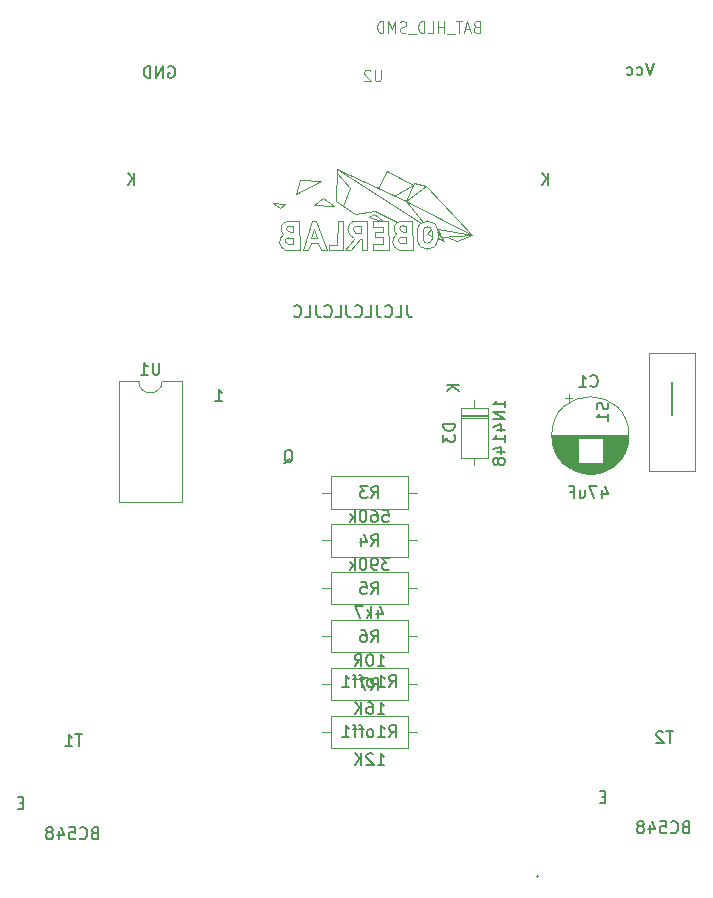
<source format=gbr>
%TF.GenerationSoftware,KiCad,Pcbnew,7.0.8*%
%TF.CreationDate,2024-08-10T05:42:34+02:00*%
%TF.ProjectId,Tiger,54696765-722e-46b6-9963-61645f706362,rev?*%
%TF.SameCoordinates,Original*%
%TF.FileFunction,Legend,Bot*%
%TF.FilePolarity,Positive*%
%FSLAX46Y46*%
G04 Gerber Fmt 4.6, Leading zero omitted, Abs format (unit mm)*
G04 Created by KiCad (PCBNEW 7.0.8) date 2024-08-10 05:42:34*
%MOMM*%
%LPD*%
G01*
G04 APERTURE LIST*
%ADD10C,0.150000*%
%ADD11C,0.050000*%
%ADD12C,0.120000*%
%ADD13C,0.010000*%
G04 APERTURE END LIST*
D10*
X90170000Y-76708000D02*
X90170000Y-79502000D01*
X67703506Y-70243819D02*
X67703506Y-70958104D01*
X67703506Y-70958104D02*
X67751125Y-71100961D01*
X67751125Y-71100961D02*
X67846363Y-71196200D01*
X67846363Y-71196200D02*
X67989220Y-71243819D01*
X67989220Y-71243819D02*
X68084458Y-71243819D01*
X66751125Y-71243819D02*
X67227315Y-71243819D01*
X67227315Y-71243819D02*
X67227315Y-70243819D01*
X65846363Y-71148580D02*
X65893982Y-71196200D01*
X65893982Y-71196200D02*
X66036839Y-71243819D01*
X66036839Y-71243819D02*
X66132077Y-71243819D01*
X66132077Y-71243819D02*
X66274934Y-71196200D01*
X66274934Y-71196200D02*
X66370172Y-71100961D01*
X66370172Y-71100961D02*
X66417791Y-71005723D01*
X66417791Y-71005723D02*
X66465410Y-70815247D01*
X66465410Y-70815247D02*
X66465410Y-70672390D01*
X66465410Y-70672390D02*
X66417791Y-70481914D01*
X66417791Y-70481914D02*
X66370172Y-70386676D01*
X66370172Y-70386676D02*
X66274934Y-70291438D01*
X66274934Y-70291438D02*
X66132077Y-70243819D01*
X66132077Y-70243819D02*
X66036839Y-70243819D01*
X66036839Y-70243819D02*
X65893982Y-70291438D01*
X65893982Y-70291438D02*
X65846363Y-70339057D01*
X65132077Y-70243819D02*
X65132077Y-70958104D01*
X65132077Y-70958104D02*
X65179696Y-71100961D01*
X65179696Y-71100961D02*
X65274934Y-71196200D01*
X65274934Y-71196200D02*
X65417791Y-71243819D01*
X65417791Y-71243819D02*
X65513029Y-71243819D01*
X64179696Y-71243819D02*
X64655886Y-71243819D01*
X64655886Y-71243819D02*
X64655886Y-70243819D01*
X63274934Y-71148580D02*
X63322553Y-71196200D01*
X63322553Y-71196200D02*
X63465410Y-71243819D01*
X63465410Y-71243819D02*
X63560648Y-71243819D01*
X63560648Y-71243819D02*
X63703505Y-71196200D01*
X63703505Y-71196200D02*
X63798743Y-71100961D01*
X63798743Y-71100961D02*
X63846362Y-71005723D01*
X63846362Y-71005723D02*
X63893981Y-70815247D01*
X63893981Y-70815247D02*
X63893981Y-70672390D01*
X63893981Y-70672390D02*
X63846362Y-70481914D01*
X63846362Y-70481914D02*
X63798743Y-70386676D01*
X63798743Y-70386676D02*
X63703505Y-70291438D01*
X63703505Y-70291438D02*
X63560648Y-70243819D01*
X63560648Y-70243819D02*
X63465410Y-70243819D01*
X63465410Y-70243819D02*
X63322553Y-70291438D01*
X63322553Y-70291438D02*
X63274934Y-70339057D01*
X62560648Y-70243819D02*
X62560648Y-70958104D01*
X62560648Y-70958104D02*
X62608267Y-71100961D01*
X62608267Y-71100961D02*
X62703505Y-71196200D01*
X62703505Y-71196200D02*
X62846362Y-71243819D01*
X62846362Y-71243819D02*
X62941600Y-71243819D01*
X61608267Y-71243819D02*
X62084457Y-71243819D01*
X62084457Y-71243819D02*
X62084457Y-70243819D01*
X60703505Y-71148580D02*
X60751124Y-71196200D01*
X60751124Y-71196200D02*
X60893981Y-71243819D01*
X60893981Y-71243819D02*
X60989219Y-71243819D01*
X60989219Y-71243819D02*
X61132076Y-71196200D01*
X61132076Y-71196200D02*
X61227314Y-71100961D01*
X61227314Y-71100961D02*
X61274933Y-71005723D01*
X61274933Y-71005723D02*
X61322552Y-70815247D01*
X61322552Y-70815247D02*
X61322552Y-70672390D01*
X61322552Y-70672390D02*
X61274933Y-70481914D01*
X61274933Y-70481914D02*
X61227314Y-70386676D01*
X61227314Y-70386676D02*
X61132076Y-70291438D01*
X61132076Y-70291438D02*
X60989219Y-70243819D01*
X60989219Y-70243819D02*
X60893981Y-70243819D01*
X60893981Y-70243819D02*
X60751124Y-70291438D01*
X60751124Y-70291438D02*
X60703505Y-70339057D01*
X59989219Y-70243819D02*
X59989219Y-70958104D01*
X59989219Y-70958104D02*
X60036838Y-71100961D01*
X60036838Y-71100961D02*
X60132076Y-71196200D01*
X60132076Y-71196200D02*
X60274933Y-71243819D01*
X60274933Y-71243819D02*
X60370171Y-71243819D01*
X59036838Y-71243819D02*
X59513028Y-71243819D01*
X59513028Y-71243819D02*
X59513028Y-70243819D01*
X58132076Y-71148580D02*
X58179695Y-71196200D01*
X58179695Y-71196200D02*
X58322552Y-71243819D01*
X58322552Y-71243819D02*
X58417790Y-71243819D01*
X58417790Y-71243819D02*
X58560647Y-71196200D01*
X58560647Y-71196200D02*
X58655885Y-71100961D01*
X58655885Y-71100961D02*
X58703504Y-71005723D01*
X58703504Y-71005723D02*
X58751123Y-70815247D01*
X58751123Y-70815247D02*
X58751123Y-70672390D01*
X58751123Y-70672390D02*
X58703504Y-70481914D01*
X58703504Y-70481914D02*
X58655885Y-70386676D01*
X58655885Y-70386676D02*
X58560647Y-70291438D01*
X58560647Y-70291438D02*
X58417790Y-70243819D01*
X58417790Y-70243819D02*
X58322552Y-70243819D01*
X58322552Y-70243819D02*
X58179695Y-70291438D01*
X58179695Y-70291438D02*
X58132076Y-70339057D01*
X44621220Y-60067819D02*
X44621220Y-59067819D01*
X44049792Y-60067819D02*
X44478363Y-59496390D01*
X44049792Y-59067819D02*
X44621220Y-59639247D01*
X41239887Y-114916009D02*
X41097030Y-114963628D01*
X41097030Y-114963628D02*
X41049411Y-115011247D01*
X41049411Y-115011247D02*
X41001792Y-115106485D01*
X41001792Y-115106485D02*
X41001792Y-115249342D01*
X41001792Y-115249342D02*
X41049411Y-115344580D01*
X41049411Y-115344580D02*
X41097030Y-115392200D01*
X41097030Y-115392200D02*
X41192268Y-115439819D01*
X41192268Y-115439819D02*
X41573220Y-115439819D01*
X41573220Y-115439819D02*
X41573220Y-114439819D01*
X41573220Y-114439819D02*
X41239887Y-114439819D01*
X41239887Y-114439819D02*
X41144649Y-114487438D01*
X41144649Y-114487438D02*
X41097030Y-114535057D01*
X41097030Y-114535057D02*
X41049411Y-114630295D01*
X41049411Y-114630295D02*
X41049411Y-114725533D01*
X41049411Y-114725533D02*
X41097030Y-114820771D01*
X41097030Y-114820771D02*
X41144649Y-114868390D01*
X41144649Y-114868390D02*
X41239887Y-114916009D01*
X41239887Y-114916009D02*
X41573220Y-114916009D01*
X40001792Y-115344580D02*
X40049411Y-115392200D01*
X40049411Y-115392200D02*
X40192268Y-115439819D01*
X40192268Y-115439819D02*
X40287506Y-115439819D01*
X40287506Y-115439819D02*
X40430363Y-115392200D01*
X40430363Y-115392200D02*
X40525601Y-115296961D01*
X40525601Y-115296961D02*
X40573220Y-115201723D01*
X40573220Y-115201723D02*
X40620839Y-115011247D01*
X40620839Y-115011247D02*
X40620839Y-114868390D01*
X40620839Y-114868390D02*
X40573220Y-114677914D01*
X40573220Y-114677914D02*
X40525601Y-114582676D01*
X40525601Y-114582676D02*
X40430363Y-114487438D01*
X40430363Y-114487438D02*
X40287506Y-114439819D01*
X40287506Y-114439819D02*
X40192268Y-114439819D01*
X40192268Y-114439819D02*
X40049411Y-114487438D01*
X40049411Y-114487438D02*
X40001792Y-114535057D01*
X39097030Y-114439819D02*
X39573220Y-114439819D01*
X39573220Y-114439819D02*
X39620839Y-114916009D01*
X39620839Y-114916009D02*
X39573220Y-114868390D01*
X39573220Y-114868390D02*
X39477982Y-114820771D01*
X39477982Y-114820771D02*
X39239887Y-114820771D01*
X39239887Y-114820771D02*
X39144649Y-114868390D01*
X39144649Y-114868390D02*
X39097030Y-114916009D01*
X39097030Y-114916009D02*
X39049411Y-115011247D01*
X39049411Y-115011247D02*
X39049411Y-115249342D01*
X39049411Y-115249342D02*
X39097030Y-115344580D01*
X39097030Y-115344580D02*
X39144649Y-115392200D01*
X39144649Y-115392200D02*
X39239887Y-115439819D01*
X39239887Y-115439819D02*
X39477982Y-115439819D01*
X39477982Y-115439819D02*
X39573220Y-115392200D01*
X39573220Y-115392200D02*
X39620839Y-115344580D01*
X38192268Y-114773152D02*
X38192268Y-115439819D01*
X38430363Y-114392200D02*
X38668458Y-115106485D01*
X38668458Y-115106485D02*
X38049411Y-115106485D01*
X37525601Y-114868390D02*
X37620839Y-114820771D01*
X37620839Y-114820771D02*
X37668458Y-114773152D01*
X37668458Y-114773152D02*
X37716077Y-114677914D01*
X37716077Y-114677914D02*
X37716077Y-114630295D01*
X37716077Y-114630295D02*
X37668458Y-114535057D01*
X37668458Y-114535057D02*
X37620839Y-114487438D01*
X37620839Y-114487438D02*
X37525601Y-114439819D01*
X37525601Y-114439819D02*
X37335125Y-114439819D01*
X37335125Y-114439819D02*
X37239887Y-114487438D01*
X37239887Y-114487438D02*
X37192268Y-114535057D01*
X37192268Y-114535057D02*
X37144649Y-114630295D01*
X37144649Y-114630295D02*
X37144649Y-114677914D01*
X37144649Y-114677914D02*
X37192268Y-114773152D01*
X37192268Y-114773152D02*
X37239887Y-114820771D01*
X37239887Y-114820771D02*
X37335125Y-114868390D01*
X37335125Y-114868390D02*
X37525601Y-114868390D01*
X37525601Y-114868390D02*
X37620839Y-114916009D01*
X37620839Y-114916009D02*
X37668458Y-114963628D01*
X37668458Y-114963628D02*
X37716077Y-115058866D01*
X37716077Y-115058866D02*
X37716077Y-115249342D01*
X37716077Y-115249342D02*
X37668458Y-115344580D01*
X37668458Y-115344580D02*
X37620839Y-115392200D01*
X37620839Y-115392200D02*
X37525601Y-115439819D01*
X37525601Y-115439819D02*
X37335125Y-115439819D01*
X37335125Y-115439819D02*
X37239887Y-115392200D01*
X37239887Y-115392200D02*
X37192268Y-115344580D01*
X37192268Y-115344580D02*
X37144649Y-115249342D01*
X37144649Y-115249342D02*
X37144649Y-115058866D01*
X37144649Y-115058866D02*
X37192268Y-114963628D01*
X37192268Y-114963628D02*
X37239887Y-114916009D01*
X37239887Y-114916009D02*
X37335125Y-114868390D01*
X51463411Y-78355819D02*
X52034839Y-78355819D01*
X51749125Y-78355819D02*
X51749125Y-77355819D01*
X51749125Y-77355819D02*
X51844363Y-77498676D01*
X51844363Y-77498676D02*
X51939601Y-77593914D01*
X51939601Y-77593914D02*
X52034839Y-77641533D01*
X35223220Y-112376009D02*
X34889887Y-112376009D01*
X34747030Y-112899819D02*
X35223220Y-112899819D01*
X35223220Y-112899819D02*
X35223220Y-111899819D01*
X35223220Y-111899819D02*
X34747030Y-111899819D01*
X47497904Y-50048438D02*
X47593142Y-50000819D01*
X47593142Y-50000819D02*
X47735999Y-50000819D01*
X47735999Y-50000819D02*
X47878856Y-50048438D01*
X47878856Y-50048438D02*
X47974094Y-50143676D01*
X47974094Y-50143676D02*
X48021713Y-50238914D01*
X48021713Y-50238914D02*
X48069332Y-50429390D01*
X48069332Y-50429390D02*
X48069332Y-50572247D01*
X48069332Y-50572247D02*
X48021713Y-50762723D01*
X48021713Y-50762723D02*
X47974094Y-50857961D01*
X47974094Y-50857961D02*
X47878856Y-50953200D01*
X47878856Y-50953200D02*
X47735999Y-51000819D01*
X47735999Y-51000819D02*
X47640761Y-51000819D01*
X47640761Y-51000819D02*
X47497904Y-50953200D01*
X47497904Y-50953200D02*
X47450285Y-50905580D01*
X47450285Y-50905580D02*
X47450285Y-50572247D01*
X47450285Y-50572247D02*
X47640761Y-50572247D01*
X47021713Y-51000819D02*
X47021713Y-50000819D01*
X47021713Y-50000819D02*
X46450285Y-51000819D01*
X46450285Y-51000819D02*
X46450285Y-50000819D01*
X45974094Y-51000819D02*
X45974094Y-50000819D01*
X45974094Y-50000819D02*
X45735999Y-50000819D01*
X45735999Y-50000819D02*
X45593142Y-50048438D01*
X45593142Y-50048438D02*
X45497904Y-50143676D01*
X45497904Y-50143676D02*
X45450285Y-50238914D01*
X45450285Y-50238914D02*
X45402666Y-50429390D01*
X45402666Y-50429390D02*
X45402666Y-50572247D01*
X45402666Y-50572247D02*
X45450285Y-50762723D01*
X45450285Y-50762723D02*
X45497904Y-50857961D01*
X45497904Y-50857961D02*
X45593142Y-50953200D01*
X45593142Y-50953200D02*
X45735999Y-51000819D01*
X45735999Y-51000819D02*
X45974094Y-51000819D01*
X91277887Y-114408009D02*
X91135030Y-114455628D01*
X91135030Y-114455628D02*
X91087411Y-114503247D01*
X91087411Y-114503247D02*
X91039792Y-114598485D01*
X91039792Y-114598485D02*
X91039792Y-114741342D01*
X91039792Y-114741342D02*
X91087411Y-114836580D01*
X91087411Y-114836580D02*
X91135030Y-114884200D01*
X91135030Y-114884200D02*
X91230268Y-114931819D01*
X91230268Y-114931819D02*
X91611220Y-114931819D01*
X91611220Y-114931819D02*
X91611220Y-113931819D01*
X91611220Y-113931819D02*
X91277887Y-113931819D01*
X91277887Y-113931819D02*
X91182649Y-113979438D01*
X91182649Y-113979438D02*
X91135030Y-114027057D01*
X91135030Y-114027057D02*
X91087411Y-114122295D01*
X91087411Y-114122295D02*
X91087411Y-114217533D01*
X91087411Y-114217533D02*
X91135030Y-114312771D01*
X91135030Y-114312771D02*
X91182649Y-114360390D01*
X91182649Y-114360390D02*
X91277887Y-114408009D01*
X91277887Y-114408009D02*
X91611220Y-114408009D01*
X90039792Y-114836580D02*
X90087411Y-114884200D01*
X90087411Y-114884200D02*
X90230268Y-114931819D01*
X90230268Y-114931819D02*
X90325506Y-114931819D01*
X90325506Y-114931819D02*
X90468363Y-114884200D01*
X90468363Y-114884200D02*
X90563601Y-114788961D01*
X90563601Y-114788961D02*
X90611220Y-114693723D01*
X90611220Y-114693723D02*
X90658839Y-114503247D01*
X90658839Y-114503247D02*
X90658839Y-114360390D01*
X90658839Y-114360390D02*
X90611220Y-114169914D01*
X90611220Y-114169914D02*
X90563601Y-114074676D01*
X90563601Y-114074676D02*
X90468363Y-113979438D01*
X90468363Y-113979438D02*
X90325506Y-113931819D01*
X90325506Y-113931819D02*
X90230268Y-113931819D01*
X90230268Y-113931819D02*
X90087411Y-113979438D01*
X90087411Y-113979438D02*
X90039792Y-114027057D01*
X89135030Y-113931819D02*
X89611220Y-113931819D01*
X89611220Y-113931819D02*
X89658839Y-114408009D01*
X89658839Y-114408009D02*
X89611220Y-114360390D01*
X89611220Y-114360390D02*
X89515982Y-114312771D01*
X89515982Y-114312771D02*
X89277887Y-114312771D01*
X89277887Y-114312771D02*
X89182649Y-114360390D01*
X89182649Y-114360390D02*
X89135030Y-114408009D01*
X89135030Y-114408009D02*
X89087411Y-114503247D01*
X89087411Y-114503247D02*
X89087411Y-114741342D01*
X89087411Y-114741342D02*
X89135030Y-114836580D01*
X89135030Y-114836580D02*
X89182649Y-114884200D01*
X89182649Y-114884200D02*
X89277887Y-114931819D01*
X89277887Y-114931819D02*
X89515982Y-114931819D01*
X89515982Y-114931819D02*
X89611220Y-114884200D01*
X89611220Y-114884200D02*
X89658839Y-114836580D01*
X88230268Y-114265152D02*
X88230268Y-114931819D01*
X88468363Y-113884200D02*
X88706458Y-114598485D01*
X88706458Y-114598485D02*
X88087411Y-114598485D01*
X87563601Y-114360390D02*
X87658839Y-114312771D01*
X87658839Y-114312771D02*
X87706458Y-114265152D01*
X87706458Y-114265152D02*
X87754077Y-114169914D01*
X87754077Y-114169914D02*
X87754077Y-114122295D01*
X87754077Y-114122295D02*
X87706458Y-114027057D01*
X87706458Y-114027057D02*
X87658839Y-113979438D01*
X87658839Y-113979438D02*
X87563601Y-113931819D01*
X87563601Y-113931819D02*
X87373125Y-113931819D01*
X87373125Y-113931819D02*
X87277887Y-113979438D01*
X87277887Y-113979438D02*
X87230268Y-114027057D01*
X87230268Y-114027057D02*
X87182649Y-114122295D01*
X87182649Y-114122295D02*
X87182649Y-114169914D01*
X87182649Y-114169914D02*
X87230268Y-114265152D01*
X87230268Y-114265152D02*
X87277887Y-114312771D01*
X87277887Y-114312771D02*
X87373125Y-114360390D01*
X87373125Y-114360390D02*
X87563601Y-114360390D01*
X87563601Y-114360390D02*
X87658839Y-114408009D01*
X87658839Y-114408009D02*
X87706458Y-114455628D01*
X87706458Y-114455628D02*
X87754077Y-114550866D01*
X87754077Y-114550866D02*
X87754077Y-114741342D01*
X87754077Y-114741342D02*
X87706458Y-114836580D01*
X87706458Y-114836580D02*
X87658839Y-114884200D01*
X87658839Y-114884200D02*
X87563601Y-114931819D01*
X87563601Y-114931819D02*
X87373125Y-114931819D01*
X87373125Y-114931819D02*
X87277887Y-114884200D01*
X87277887Y-114884200D02*
X87230268Y-114836580D01*
X87230268Y-114836580D02*
X87182649Y-114741342D01*
X87182649Y-114741342D02*
X87182649Y-114550866D01*
X87182649Y-114550866D02*
X87230268Y-114455628D01*
X87230268Y-114455628D02*
X87277887Y-114408009D01*
X87277887Y-114408009D02*
X87373125Y-114360390D01*
X79673220Y-60067819D02*
X79673220Y-59067819D01*
X79101792Y-60067819D02*
X79530363Y-59496390D01*
X79101792Y-59067819D02*
X79673220Y-59639247D01*
X40192077Y-106565819D02*
X39620649Y-106565819D01*
X39906363Y-107565819D02*
X39906363Y-106565819D01*
X38763506Y-107565819D02*
X39334934Y-107565819D01*
X39049220Y-107565819D02*
X39049220Y-106565819D01*
X39049220Y-106565819D02*
X39144458Y-106708676D01*
X39144458Y-106708676D02*
X39239696Y-106803914D01*
X39239696Y-106803914D02*
X39334934Y-106851533D01*
X84499220Y-111868009D02*
X84165887Y-111868009D01*
X84023030Y-112391819D02*
X84499220Y-112391819D01*
X84499220Y-112391819D02*
X84499220Y-111391819D01*
X84499220Y-111391819D02*
X84023030Y-111391819D01*
X90230077Y-106311819D02*
X89658649Y-106311819D01*
X89944363Y-107311819D02*
X89944363Y-106311819D01*
X89372934Y-106407057D02*
X89325315Y-106359438D01*
X89325315Y-106359438D02*
X89230077Y-106311819D01*
X89230077Y-106311819D02*
X88991982Y-106311819D01*
X88991982Y-106311819D02*
X88896744Y-106359438D01*
X88896744Y-106359438D02*
X88849125Y-106407057D01*
X88849125Y-106407057D02*
X88801506Y-106502295D01*
X88801506Y-106502295D02*
X88801506Y-106597533D01*
X88801506Y-106597533D02*
X88849125Y-106740390D01*
X88849125Y-106740390D02*
X89420553Y-107311819D01*
X89420553Y-107311819D02*
X88801506Y-107311819D01*
X88566475Y-49746819D02*
X88233142Y-50746819D01*
X88233142Y-50746819D02*
X87899809Y-49746819D01*
X87137904Y-50699200D02*
X87233142Y-50746819D01*
X87233142Y-50746819D02*
X87423618Y-50746819D01*
X87423618Y-50746819D02*
X87518856Y-50699200D01*
X87518856Y-50699200D02*
X87566475Y-50651580D01*
X87566475Y-50651580D02*
X87614094Y-50556342D01*
X87614094Y-50556342D02*
X87614094Y-50270628D01*
X87614094Y-50270628D02*
X87566475Y-50175390D01*
X87566475Y-50175390D02*
X87518856Y-50127771D01*
X87518856Y-50127771D02*
X87423618Y-50080152D01*
X87423618Y-50080152D02*
X87233142Y-50080152D01*
X87233142Y-50080152D02*
X87137904Y-50127771D01*
X86280761Y-50699200D02*
X86375999Y-50746819D01*
X86375999Y-50746819D02*
X86566475Y-50746819D01*
X86566475Y-50746819D02*
X86661713Y-50699200D01*
X86661713Y-50699200D02*
X86709332Y-50651580D01*
X86709332Y-50651580D02*
X86756951Y-50556342D01*
X86756951Y-50556342D02*
X86756951Y-50270628D01*
X86756951Y-50270628D02*
X86709332Y-50175390D01*
X86709332Y-50175390D02*
X86661713Y-50127771D01*
X86661713Y-50127771D02*
X86566475Y-50080152D01*
X86566475Y-50080152D02*
X86375999Y-50080152D01*
X86375999Y-50080152D02*
X86280761Y-50127771D01*
X64682666Y-90624819D02*
X65015999Y-90148628D01*
X65254094Y-90624819D02*
X65254094Y-89624819D01*
X65254094Y-89624819D02*
X64873142Y-89624819D01*
X64873142Y-89624819D02*
X64777904Y-89672438D01*
X64777904Y-89672438D02*
X64730285Y-89720057D01*
X64730285Y-89720057D02*
X64682666Y-89815295D01*
X64682666Y-89815295D02*
X64682666Y-89958152D01*
X64682666Y-89958152D02*
X64730285Y-90053390D01*
X64730285Y-90053390D02*
X64777904Y-90101009D01*
X64777904Y-90101009D02*
X64873142Y-90148628D01*
X64873142Y-90148628D02*
X65254094Y-90148628D01*
X63825523Y-89958152D02*
X63825523Y-90624819D01*
X64063618Y-89577200D02*
X64301713Y-90291485D01*
X64301713Y-90291485D02*
X63682666Y-90291485D01*
X66206475Y-91656819D02*
X65587428Y-91656819D01*
X65587428Y-91656819D02*
X65920761Y-92037771D01*
X65920761Y-92037771D02*
X65777904Y-92037771D01*
X65777904Y-92037771D02*
X65682666Y-92085390D01*
X65682666Y-92085390D02*
X65635047Y-92133009D01*
X65635047Y-92133009D02*
X65587428Y-92228247D01*
X65587428Y-92228247D02*
X65587428Y-92466342D01*
X65587428Y-92466342D02*
X65635047Y-92561580D01*
X65635047Y-92561580D02*
X65682666Y-92609200D01*
X65682666Y-92609200D02*
X65777904Y-92656819D01*
X65777904Y-92656819D02*
X66063618Y-92656819D01*
X66063618Y-92656819D02*
X66158856Y-92609200D01*
X66158856Y-92609200D02*
X66206475Y-92561580D01*
X65111237Y-92656819D02*
X64920761Y-92656819D01*
X64920761Y-92656819D02*
X64825523Y-92609200D01*
X64825523Y-92609200D02*
X64777904Y-92561580D01*
X64777904Y-92561580D02*
X64682666Y-92418723D01*
X64682666Y-92418723D02*
X64635047Y-92228247D01*
X64635047Y-92228247D02*
X64635047Y-91847295D01*
X64635047Y-91847295D02*
X64682666Y-91752057D01*
X64682666Y-91752057D02*
X64730285Y-91704438D01*
X64730285Y-91704438D02*
X64825523Y-91656819D01*
X64825523Y-91656819D02*
X65015999Y-91656819D01*
X65015999Y-91656819D02*
X65111237Y-91704438D01*
X65111237Y-91704438D02*
X65158856Y-91752057D01*
X65158856Y-91752057D02*
X65206475Y-91847295D01*
X65206475Y-91847295D02*
X65206475Y-92085390D01*
X65206475Y-92085390D02*
X65158856Y-92180628D01*
X65158856Y-92180628D02*
X65111237Y-92228247D01*
X65111237Y-92228247D02*
X65015999Y-92275866D01*
X65015999Y-92275866D02*
X64825523Y-92275866D01*
X64825523Y-92275866D02*
X64730285Y-92228247D01*
X64730285Y-92228247D02*
X64682666Y-92180628D01*
X64682666Y-92180628D02*
X64635047Y-92085390D01*
X64015999Y-91656819D02*
X63920761Y-91656819D01*
X63920761Y-91656819D02*
X63825523Y-91704438D01*
X63825523Y-91704438D02*
X63777904Y-91752057D01*
X63777904Y-91752057D02*
X63730285Y-91847295D01*
X63730285Y-91847295D02*
X63682666Y-92037771D01*
X63682666Y-92037771D02*
X63682666Y-92275866D01*
X63682666Y-92275866D02*
X63730285Y-92466342D01*
X63730285Y-92466342D02*
X63777904Y-92561580D01*
X63777904Y-92561580D02*
X63825523Y-92609200D01*
X63825523Y-92609200D02*
X63920761Y-92656819D01*
X63920761Y-92656819D02*
X64015999Y-92656819D01*
X64015999Y-92656819D02*
X64111237Y-92609200D01*
X64111237Y-92609200D02*
X64158856Y-92561580D01*
X64158856Y-92561580D02*
X64206475Y-92466342D01*
X64206475Y-92466342D02*
X64254094Y-92275866D01*
X64254094Y-92275866D02*
X64254094Y-92037771D01*
X64254094Y-92037771D02*
X64206475Y-91847295D01*
X64206475Y-91847295D02*
X64158856Y-91752057D01*
X64158856Y-91752057D02*
X64111237Y-91704438D01*
X64111237Y-91704438D02*
X64015999Y-91656819D01*
X63254094Y-92656819D02*
X63254094Y-91656819D01*
X63158856Y-92275866D02*
X62873142Y-92656819D01*
X62873142Y-91990152D02*
X63254094Y-92371104D01*
X71740819Y-80287905D02*
X70740819Y-80287905D01*
X70740819Y-80287905D02*
X70740819Y-80526000D01*
X70740819Y-80526000D02*
X70788438Y-80668857D01*
X70788438Y-80668857D02*
X70883676Y-80764095D01*
X70883676Y-80764095D02*
X70978914Y-80811714D01*
X70978914Y-80811714D02*
X71169390Y-80859333D01*
X71169390Y-80859333D02*
X71312247Y-80859333D01*
X71312247Y-80859333D02*
X71502723Y-80811714D01*
X71502723Y-80811714D02*
X71597961Y-80764095D01*
X71597961Y-80764095D02*
X71693200Y-80668857D01*
X71693200Y-80668857D02*
X71740819Y-80526000D01*
X71740819Y-80526000D02*
X71740819Y-80287905D01*
X70740819Y-81192667D02*
X70740819Y-81811714D01*
X70740819Y-81811714D02*
X71121771Y-81478381D01*
X71121771Y-81478381D02*
X71121771Y-81621238D01*
X71121771Y-81621238D02*
X71169390Y-81716476D01*
X71169390Y-81716476D02*
X71217009Y-81764095D01*
X71217009Y-81764095D02*
X71312247Y-81811714D01*
X71312247Y-81811714D02*
X71550342Y-81811714D01*
X71550342Y-81811714D02*
X71645580Y-81764095D01*
X71645580Y-81764095D02*
X71693200Y-81716476D01*
X71693200Y-81716476D02*
X71740819Y-81621238D01*
X71740819Y-81621238D02*
X71740819Y-81335524D01*
X71740819Y-81335524D02*
X71693200Y-81240286D01*
X71693200Y-81240286D02*
X71645580Y-81192667D01*
X75980819Y-78883142D02*
X75980819Y-78311714D01*
X75980819Y-78597428D02*
X74980819Y-78597428D01*
X74980819Y-78597428D02*
X75123676Y-78502190D01*
X75123676Y-78502190D02*
X75218914Y-78406952D01*
X75218914Y-78406952D02*
X75266533Y-78311714D01*
X75980819Y-79311714D02*
X74980819Y-79311714D01*
X74980819Y-79311714D02*
X75980819Y-79883142D01*
X75980819Y-79883142D02*
X74980819Y-79883142D01*
X75314152Y-80787904D02*
X75980819Y-80787904D01*
X74933200Y-80549809D02*
X75647485Y-80311714D01*
X75647485Y-80311714D02*
X75647485Y-80930761D01*
X75980819Y-81835523D02*
X75980819Y-81264095D01*
X75980819Y-81549809D02*
X74980819Y-81549809D01*
X74980819Y-81549809D02*
X75123676Y-81454571D01*
X75123676Y-81454571D02*
X75218914Y-81359333D01*
X75218914Y-81359333D02*
X75266533Y-81264095D01*
X75314152Y-82692666D02*
X75980819Y-82692666D01*
X74933200Y-82454571D02*
X75647485Y-82216476D01*
X75647485Y-82216476D02*
X75647485Y-82835523D01*
X75409390Y-83359333D02*
X75361771Y-83264095D01*
X75361771Y-83264095D02*
X75314152Y-83216476D01*
X75314152Y-83216476D02*
X75218914Y-83168857D01*
X75218914Y-83168857D02*
X75171295Y-83168857D01*
X75171295Y-83168857D02*
X75076057Y-83216476D01*
X75076057Y-83216476D02*
X75028438Y-83264095D01*
X75028438Y-83264095D02*
X74980819Y-83359333D01*
X74980819Y-83359333D02*
X74980819Y-83549809D01*
X74980819Y-83549809D02*
X75028438Y-83645047D01*
X75028438Y-83645047D02*
X75076057Y-83692666D01*
X75076057Y-83692666D02*
X75171295Y-83740285D01*
X75171295Y-83740285D02*
X75218914Y-83740285D01*
X75218914Y-83740285D02*
X75314152Y-83692666D01*
X75314152Y-83692666D02*
X75361771Y-83645047D01*
X75361771Y-83645047D02*
X75409390Y-83549809D01*
X75409390Y-83549809D02*
X75409390Y-83359333D01*
X75409390Y-83359333D02*
X75457009Y-83264095D01*
X75457009Y-83264095D02*
X75504628Y-83216476D01*
X75504628Y-83216476D02*
X75599866Y-83168857D01*
X75599866Y-83168857D02*
X75790342Y-83168857D01*
X75790342Y-83168857D02*
X75885580Y-83216476D01*
X75885580Y-83216476D02*
X75933200Y-83264095D01*
X75933200Y-83264095D02*
X75980819Y-83359333D01*
X75980819Y-83359333D02*
X75980819Y-83549809D01*
X75980819Y-83549809D02*
X75933200Y-83645047D01*
X75933200Y-83645047D02*
X75885580Y-83692666D01*
X75885580Y-83692666D02*
X75790342Y-83740285D01*
X75790342Y-83740285D02*
X75599866Y-83740285D01*
X75599866Y-83740285D02*
X75504628Y-83692666D01*
X75504628Y-83692666D02*
X75457009Y-83645047D01*
X75457009Y-83645047D02*
X75409390Y-83549809D01*
X72060819Y-76954095D02*
X71060819Y-76954095D01*
X72060819Y-77525523D02*
X71489390Y-77096952D01*
X71060819Y-77525523D02*
X71632247Y-76954095D01*
X64682666Y-86560819D02*
X65015999Y-86084628D01*
X65254094Y-86560819D02*
X65254094Y-85560819D01*
X65254094Y-85560819D02*
X64873142Y-85560819D01*
X64873142Y-85560819D02*
X64777904Y-85608438D01*
X64777904Y-85608438D02*
X64730285Y-85656057D01*
X64730285Y-85656057D02*
X64682666Y-85751295D01*
X64682666Y-85751295D02*
X64682666Y-85894152D01*
X64682666Y-85894152D02*
X64730285Y-85989390D01*
X64730285Y-85989390D02*
X64777904Y-86037009D01*
X64777904Y-86037009D02*
X64873142Y-86084628D01*
X64873142Y-86084628D02*
X65254094Y-86084628D01*
X64349332Y-85560819D02*
X63730285Y-85560819D01*
X63730285Y-85560819D02*
X64063618Y-85941771D01*
X64063618Y-85941771D02*
X63920761Y-85941771D01*
X63920761Y-85941771D02*
X63825523Y-85989390D01*
X63825523Y-85989390D02*
X63777904Y-86037009D01*
X63777904Y-86037009D02*
X63730285Y-86132247D01*
X63730285Y-86132247D02*
X63730285Y-86370342D01*
X63730285Y-86370342D02*
X63777904Y-86465580D01*
X63777904Y-86465580D02*
X63825523Y-86513200D01*
X63825523Y-86513200D02*
X63920761Y-86560819D01*
X63920761Y-86560819D02*
X64206475Y-86560819D01*
X64206475Y-86560819D02*
X64301713Y-86513200D01*
X64301713Y-86513200D02*
X64349332Y-86465580D01*
X65635047Y-87592819D02*
X66111237Y-87592819D01*
X66111237Y-87592819D02*
X66158856Y-88069009D01*
X66158856Y-88069009D02*
X66111237Y-88021390D01*
X66111237Y-88021390D02*
X66015999Y-87973771D01*
X66015999Y-87973771D02*
X65777904Y-87973771D01*
X65777904Y-87973771D02*
X65682666Y-88021390D01*
X65682666Y-88021390D02*
X65635047Y-88069009D01*
X65635047Y-88069009D02*
X65587428Y-88164247D01*
X65587428Y-88164247D02*
X65587428Y-88402342D01*
X65587428Y-88402342D02*
X65635047Y-88497580D01*
X65635047Y-88497580D02*
X65682666Y-88545200D01*
X65682666Y-88545200D02*
X65777904Y-88592819D01*
X65777904Y-88592819D02*
X66015999Y-88592819D01*
X66015999Y-88592819D02*
X66111237Y-88545200D01*
X66111237Y-88545200D02*
X66158856Y-88497580D01*
X64730285Y-87592819D02*
X64920761Y-87592819D01*
X64920761Y-87592819D02*
X65015999Y-87640438D01*
X65015999Y-87640438D02*
X65063618Y-87688057D01*
X65063618Y-87688057D02*
X65158856Y-87830914D01*
X65158856Y-87830914D02*
X65206475Y-88021390D01*
X65206475Y-88021390D02*
X65206475Y-88402342D01*
X65206475Y-88402342D02*
X65158856Y-88497580D01*
X65158856Y-88497580D02*
X65111237Y-88545200D01*
X65111237Y-88545200D02*
X65015999Y-88592819D01*
X65015999Y-88592819D02*
X64825523Y-88592819D01*
X64825523Y-88592819D02*
X64730285Y-88545200D01*
X64730285Y-88545200D02*
X64682666Y-88497580D01*
X64682666Y-88497580D02*
X64635047Y-88402342D01*
X64635047Y-88402342D02*
X64635047Y-88164247D01*
X64635047Y-88164247D02*
X64682666Y-88069009D01*
X64682666Y-88069009D02*
X64730285Y-88021390D01*
X64730285Y-88021390D02*
X64825523Y-87973771D01*
X64825523Y-87973771D02*
X65015999Y-87973771D01*
X65015999Y-87973771D02*
X65111237Y-88021390D01*
X65111237Y-88021390D02*
X65158856Y-88069009D01*
X65158856Y-88069009D02*
X65206475Y-88164247D01*
X64015999Y-87592819D02*
X63920761Y-87592819D01*
X63920761Y-87592819D02*
X63825523Y-87640438D01*
X63825523Y-87640438D02*
X63777904Y-87688057D01*
X63777904Y-87688057D02*
X63730285Y-87783295D01*
X63730285Y-87783295D02*
X63682666Y-87973771D01*
X63682666Y-87973771D02*
X63682666Y-88211866D01*
X63682666Y-88211866D02*
X63730285Y-88402342D01*
X63730285Y-88402342D02*
X63777904Y-88497580D01*
X63777904Y-88497580D02*
X63825523Y-88545200D01*
X63825523Y-88545200D02*
X63920761Y-88592819D01*
X63920761Y-88592819D02*
X64015999Y-88592819D01*
X64015999Y-88592819D02*
X64111237Y-88545200D01*
X64111237Y-88545200D02*
X64158856Y-88497580D01*
X64158856Y-88497580D02*
X64206475Y-88402342D01*
X64206475Y-88402342D02*
X64254094Y-88211866D01*
X64254094Y-88211866D02*
X64254094Y-87973771D01*
X64254094Y-87973771D02*
X64206475Y-87783295D01*
X64206475Y-87783295D02*
X64158856Y-87688057D01*
X64158856Y-87688057D02*
X64111237Y-87640438D01*
X64111237Y-87640438D02*
X64015999Y-87592819D01*
X63254094Y-88592819D02*
X63254094Y-87592819D01*
X63158856Y-88211866D02*
X62873142Y-88592819D01*
X62873142Y-87926152D02*
X63254094Y-88307104D01*
X84703200Y-78486095D02*
X84750819Y-78628952D01*
X84750819Y-78628952D02*
X84750819Y-78867047D01*
X84750819Y-78867047D02*
X84703200Y-78962285D01*
X84703200Y-78962285D02*
X84655580Y-79009904D01*
X84655580Y-79009904D02*
X84560342Y-79057523D01*
X84560342Y-79057523D02*
X84465104Y-79057523D01*
X84465104Y-79057523D02*
X84369866Y-79009904D01*
X84369866Y-79009904D02*
X84322247Y-78962285D01*
X84322247Y-78962285D02*
X84274628Y-78867047D01*
X84274628Y-78867047D02*
X84227009Y-78676571D01*
X84227009Y-78676571D02*
X84179390Y-78581333D01*
X84179390Y-78581333D02*
X84131771Y-78533714D01*
X84131771Y-78533714D02*
X84036533Y-78486095D01*
X84036533Y-78486095D02*
X83941295Y-78486095D01*
X83941295Y-78486095D02*
X83846057Y-78533714D01*
X83846057Y-78533714D02*
X83798438Y-78581333D01*
X83798438Y-78581333D02*
X83750819Y-78676571D01*
X83750819Y-78676571D02*
X83750819Y-78914666D01*
X83750819Y-78914666D02*
X83798438Y-79057523D01*
X84750819Y-80009904D02*
X84750819Y-79438476D01*
X84750819Y-79724190D02*
X83750819Y-79724190D01*
X83750819Y-79724190D02*
X83893676Y-79628952D01*
X83893676Y-79628952D02*
X83988914Y-79533714D01*
X83988914Y-79533714D02*
X84036533Y-79438476D01*
D11*
X65479714Y-50296019D02*
X65479714Y-51105542D01*
X65479714Y-51105542D02*
X65436857Y-51200780D01*
X65436857Y-51200780D02*
X65394000Y-51248400D01*
X65394000Y-51248400D02*
X65308285Y-51296019D01*
X65308285Y-51296019D02*
X65136857Y-51296019D01*
X65136857Y-51296019D02*
X65051142Y-51248400D01*
X65051142Y-51248400D02*
X65008285Y-51200780D01*
X65008285Y-51200780D02*
X64965428Y-51105542D01*
X64965428Y-51105542D02*
X64965428Y-50296019D01*
X64579714Y-50391257D02*
X64536857Y-50343638D01*
X64536857Y-50343638D02*
X64451143Y-50296019D01*
X64451143Y-50296019D02*
X64236857Y-50296019D01*
X64236857Y-50296019D02*
X64151143Y-50343638D01*
X64151143Y-50343638D02*
X64108285Y-50391257D01*
X64108285Y-50391257D02*
X64065428Y-50486495D01*
X64065428Y-50486495D02*
X64065428Y-50581733D01*
X64065428Y-50581733D02*
X64108285Y-50724590D01*
X64108285Y-50724590D02*
X64622571Y-51296019D01*
X64622571Y-51296019D02*
X64065428Y-51296019D01*
X73572570Y-46652209D02*
X73443998Y-46699828D01*
X73443998Y-46699828D02*
X73401141Y-46747447D01*
X73401141Y-46747447D02*
X73358284Y-46842685D01*
X73358284Y-46842685D02*
X73358284Y-46985542D01*
X73358284Y-46985542D02*
X73401141Y-47080780D01*
X73401141Y-47080780D02*
X73443998Y-47128400D01*
X73443998Y-47128400D02*
X73529713Y-47176019D01*
X73529713Y-47176019D02*
X73872570Y-47176019D01*
X73872570Y-47176019D02*
X73872570Y-46176019D01*
X73872570Y-46176019D02*
X73572570Y-46176019D01*
X73572570Y-46176019D02*
X73486856Y-46223638D01*
X73486856Y-46223638D02*
X73443998Y-46271257D01*
X73443998Y-46271257D02*
X73401141Y-46366495D01*
X73401141Y-46366495D02*
X73401141Y-46461733D01*
X73401141Y-46461733D02*
X73443998Y-46556971D01*
X73443998Y-46556971D02*
X73486856Y-46604590D01*
X73486856Y-46604590D02*
X73572570Y-46652209D01*
X73572570Y-46652209D02*
X73872570Y-46652209D01*
X73015427Y-46890304D02*
X72586856Y-46890304D01*
X73101141Y-47176019D02*
X72801141Y-46176019D01*
X72801141Y-46176019D02*
X72501141Y-47176019D01*
X72329712Y-46176019D02*
X71815427Y-46176019D01*
X72072569Y-47176019D02*
X72072569Y-46176019D01*
X71729713Y-47271257D02*
X71043998Y-47271257D01*
X70829713Y-47176019D02*
X70829713Y-46176019D01*
X70829713Y-46652209D02*
X70315427Y-46652209D01*
X70315427Y-47176019D02*
X70315427Y-46176019D01*
X69458284Y-47176019D02*
X69886856Y-47176019D01*
X69886856Y-47176019D02*
X69886856Y-46176019D01*
X69158285Y-47176019D02*
X69158285Y-46176019D01*
X69158285Y-46176019D02*
X68943999Y-46176019D01*
X68943999Y-46176019D02*
X68815428Y-46223638D01*
X68815428Y-46223638D02*
X68729713Y-46318876D01*
X68729713Y-46318876D02*
X68686856Y-46414114D01*
X68686856Y-46414114D02*
X68643999Y-46604590D01*
X68643999Y-46604590D02*
X68643999Y-46747447D01*
X68643999Y-46747447D02*
X68686856Y-46937923D01*
X68686856Y-46937923D02*
X68729713Y-47033161D01*
X68729713Y-47033161D02*
X68815428Y-47128400D01*
X68815428Y-47128400D02*
X68943999Y-47176019D01*
X68943999Y-47176019D02*
X69158285Y-47176019D01*
X68472571Y-47271257D02*
X67786856Y-47271257D01*
X67615428Y-47128400D02*
X67486857Y-47176019D01*
X67486857Y-47176019D02*
X67272571Y-47176019D01*
X67272571Y-47176019D02*
X67186857Y-47128400D01*
X67186857Y-47128400D02*
X67143999Y-47080780D01*
X67143999Y-47080780D02*
X67101142Y-46985542D01*
X67101142Y-46985542D02*
X67101142Y-46890304D01*
X67101142Y-46890304D02*
X67143999Y-46795066D01*
X67143999Y-46795066D02*
X67186857Y-46747447D01*
X67186857Y-46747447D02*
X67272571Y-46699828D01*
X67272571Y-46699828D02*
X67443999Y-46652209D01*
X67443999Y-46652209D02*
X67529714Y-46604590D01*
X67529714Y-46604590D02*
X67572571Y-46556971D01*
X67572571Y-46556971D02*
X67615428Y-46461733D01*
X67615428Y-46461733D02*
X67615428Y-46366495D01*
X67615428Y-46366495D02*
X67572571Y-46271257D01*
X67572571Y-46271257D02*
X67529714Y-46223638D01*
X67529714Y-46223638D02*
X67443999Y-46176019D01*
X67443999Y-46176019D02*
X67229714Y-46176019D01*
X67229714Y-46176019D02*
X67101142Y-46223638D01*
X66715428Y-47176019D02*
X66715428Y-46176019D01*
X66715428Y-46176019D02*
X66415428Y-46890304D01*
X66415428Y-46890304D02*
X66115428Y-46176019D01*
X66115428Y-46176019D02*
X66115428Y-47176019D01*
X65686857Y-47176019D02*
X65686857Y-46176019D01*
X65686857Y-46176019D02*
X65472571Y-46176019D01*
X65472571Y-46176019D02*
X65344000Y-46223638D01*
X65344000Y-46223638D02*
X65258285Y-46318876D01*
X65258285Y-46318876D02*
X65215428Y-46414114D01*
X65215428Y-46414114D02*
X65172571Y-46604590D01*
X65172571Y-46604590D02*
X65172571Y-46747447D01*
X65172571Y-46747447D02*
X65215428Y-46937923D01*
X65215428Y-46937923D02*
X65258285Y-47033161D01*
X65258285Y-47033161D02*
X65344000Y-47128400D01*
X65344000Y-47128400D02*
X65472571Y-47176019D01*
X65472571Y-47176019D02*
X65686857Y-47176019D01*
D10*
X46725904Y-75112819D02*
X46725904Y-75922342D01*
X46725904Y-75922342D02*
X46678285Y-76017580D01*
X46678285Y-76017580D02*
X46630666Y-76065200D01*
X46630666Y-76065200D02*
X46535428Y-76112819D01*
X46535428Y-76112819D02*
X46344952Y-76112819D01*
X46344952Y-76112819D02*
X46249714Y-76065200D01*
X46249714Y-76065200D02*
X46202095Y-76017580D01*
X46202095Y-76017580D02*
X46154476Y-75922342D01*
X46154476Y-75922342D02*
X46154476Y-75112819D01*
X45154476Y-76112819D02*
X45725904Y-76112819D01*
X45440190Y-76112819D02*
X45440190Y-75112819D01*
X45440190Y-75112819D02*
X45535428Y-75255676D01*
X45535428Y-75255676D02*
X45630666Y-75350914D01*
X45630666Y-75350914D02*
X45725904Y-75398533D01*
X57277047Y-83608057D02*
X57372285Y-83560438D01*
X57372285Y-83560438D02*
X57467523Y-83465200D01*
X57467523Y-83465200D02*
X57610380Y-83322342D01*
X57610380Y-83322342D02*
X57705618Y-83274723D01*
X57705618Y-83274723D02*
X57800856Y-83274723D01*
X57753237Y-83512819D02*
X57848475Y-83465200D01*
X57848475Y-83465200D02*
X57943713Y-83369961D01*
X57943713Y-83369961D02*
X57991332Y-83179485D01*
X57991332Y-83179485D02*
X57991332Y-82846152D01*
X57991332Y-82846152D02*
X57943713Y-82655676D01*
X57943713Y-82655676D02*
X57848475Y-82560438D01*
X57848475Y-82560438D02*
X57753237Y-82512819D01*
X57753237Y-82512819D02*
X57562761Y-82512819D01*
X57562761Y-82512819D02*
X57467523Y-82560438D01*
X57467523Y-82560438D02*
X57372285Y-82655676D01*
X57372285Y-82655676D02*
X57324666Y-82846152D01*
X57324666Y-82846152D02*
X57324666Y-83179485D01*
X57324666Y-83179485D02*
X57372285Y-83369961D01*
X57372285Y-83369961D02*
X57467523Y-83465200D01*
X57467523Y-83465200D02*
X57562761Y-83512819D01*
X57562761Y-83512819D02*
X57753237Y-83512819D01*
X66182667Y-102562819D02*
X66516000Y-102086628D01*
X66754095Y-102562819D02*
X66754095Y-101562819D01*
X66754095Y-101562819D02*
X66373143Y-101562819D01*
X66373143Y-101562819D02*
X66277905Y-101610438D01*
X66277905Y-101610438D02*
X66230286Y-101658057D01*
X66230286Y-101658057D02*
X66182667Y-101753295D01*
X66182667Y-101753295D02*
X66182667Y-101896152D01*
X66182667Y-101896152D02*
X66230286Y-101991390D01*
X66230286Y-101991390D02*
X66277905Y-102039009D01*
X66277905Y-102039009D02*
X66373143Y-102086628D01*
X66373143Y-102086628D02*
X66754095Y-102086628D01*
X65230286Y-102562819D02*
X65801714Y-102562819D01*
X65516000Y-102562819D02*
X65516000Y-101562819D01*
X65516000Y-101562819D02*
X65611238Y-101705676D01*
X65611238Y-101705676D02*
X65706476Y-101800914D01*
X65706476Y-101800914D02*
X65801714Y-101848533D01*
X64658857Y-102562819D02*
X64754095Y-102515200D01*
X64754095Y-102515200D02*
X64801714Y-102467580D01*
X64801714Y-102467580D02*
X64849333Y-102372342D01*
X64849333Y-102372342D02*
X64849333Y-102086628D01*
X64849333Y-102086628D02*
X64801714Y-101991390D01*
X64801714Y-101991390D02*
X64754095Y-101943771D01*
X64754095Y-101943771D02*
X64658857Y-101896152D01*
X64658857Y-101896152D02*
X64516000Y-101896152D01*
X64516000Y-101896152D02*
X64420762Y-101943771D01*
X64420762Y-101943771D02*
X64373143Y-101991390D01*
X64373143Y-101991390D02*
X64325524Y-102086628D01*
X64325524Y-102086628D02*
X64325524Y-102372342D01*
X64325524Y-102372342D02*
X64373143Y-102467580D01*
X64373143Y-102467580D02*
X64420762Y-102515200D01*
X64420762Y-102515200D02*
X64516000Y-102562819D01*
X64516000Y-102562819D02*
X64658857Y-102562819D01*
X64039809Y-101896152D02*
X63658857Y-101896152D01*
X63896952Y-102562819D02*
X63896952Y-101705676D01*
X63896952Y-101705676D02*
X63849333Y-101610438D01*
X63849333Y-101610438D02*
X63754095Y-101562819D01*
X63754095Y-101562819D02*
X63658857Y-101562819D01*
X63468380Y-101896152D02*
X63087428Y-101896152D01*
X63325523Y-102562819D02*
X63325523Y-101705676D01*
X63325523Y-101705676D02*
X63277904Y-101610438D01*
X63277904Y-101610438D02*
X63182666Y-101562819D01*
X63182666Y-101562819D02*
X63087428Y-101562819D01*
X62230285Y-102562819D02*
X62801713Y-102562819D01*
X62515999Y-102562819D02*
X62515999Y-101562819D01*
X62515999Y-101562819D02*
X62611237Y-101705676D01*
X62611237Y-101705676D02*
X62706475Y-101800914D01*
X62706475Y-101800914D02*
X62801713Y-101848533D01*
X65206476Y-109180819D02*
X65777904Y-109180819D01*
X65492190Y-109180819D02*
X65492190Y-108180819D01*
X65492190Y-108180819D02*
X65587428Y-108323676D01*
X65587428Y-108323676D02*
X65682666Y-108418914D01*
X65682666Y-108418914D02*
X65777904Y-108466533D01*
X64825523Y-108276057D02*
X64777904Y-108228438D01*
X64777904Y-108228438D02*
X64682666Y-108180819D01*
X64682666Y-108180819D02*
X64444571Y-108180819D01*
X64444571Y-108180819D02*
X64349333Y-108228438D01*
X64349333Y-108228438D02*
X64301714Y-108276057D01*
X64301714Y-108276057D02*
X64254095Y-108371295D01*
X64254095Y-108371295D02*
X64254095Y-108466533D01*
X64254095Y-108466533D02*
X64301714Y-108609390D01*
X64301714Y-108609390D02*
X64873142Y-109180819D01*
X64873142Y-109180819D02*
X64254095Y-109180819D01*
X63825523Y-109180819D02*
X63825523Y-108180819D01*
X63254095Y-109180819D02*
X63682666Y-108609390D01*
X63254095Y-108180819D02*
X63825523Y-108752247D01*
X66182667Y-106810819D02*
X66516000Y-106334628D01*
X66754095Y-106810819D02*
X66754095Y-105810819D01*
X66754095Y-105810819D02*
X66373143Y-105810819D01*
X66373143Y-105810819D02*
X66277905Y-105858438D01*
X66277905Y-105858438D02*
X66230286Y-105906057D01*
X66230286Y-105906057D02*
X66182667Y-106001295D01*
X66182667Y-106001295D02*
X66182667Y-106144152D01*
X66182667Y-106144152D02*
X66230286Y-106239390D01*
X66230286Y-106239390D02*
X66277905Y-106287009D01*
X66277905Y-106287009D02*
X66373143Y-106334628D01*
X66373143Y-106334628D02*
X66754095Y-106334628D01*
X65230286Y-106810819D02*
X65801714Y-106810819D01*
X65516000Y-106810819D02*
X65516000Y-105810819D01*
X65516000Y-105810819D02*
X65611238Y-105953676D01*
X65611238Y-105953676D02*
X65706476Y-106048914D01*
X65706476Y-106048914D02*
X65801714Y-106096533D01*
X64658857Y-106810819D02*
X64754095Y-106763200D01*
X64754095Y-106763200D02*
X64801714Y-106715580D01*
X64801714Y-106715580D02*
X64849333Y-106620342D01*
X64849333Y-106620342D02*
X64849333Y-106334628D01*
X64849333Y-106334628D02*
X64801714Y-106239390D01*
X64801714Y-106239390D02*
X64754095Y-106191771D01*
X64754095Y-106191771D02*
X64658857Y-106144152D01*
X64658857Y-106144152D02*
X64516000Y-106144152D01*
X64516000Y-106144152D02*
X64420762Y-106191771D01*
X64420762Y-106191771D02*
X64373143Y-106239390D01*
X64373143Y-106239390D02*
X64325524Y-106334628D01*
X64325524Y-106334628D02*
X64325524Y-106620342D01*
X64325524Y-106620342D02*
X64373143Y-106715580D01*
X64373143Y-106715580D02*
X64420762Y-106763200D01*
X64420762Y-106763200D02*
X64516000Y-106810819D01*
X64516000Y-106810819D02*
X64658857Y-106810819D01*
X64039809Y-106144152D02*
X63658857Y-106144152D01*
X63896952Y-106810819D02*
X63896952Y-105953676D01*
X63896952Y-105953676D02*
X63849333Y-105858438D01*
X63849333Y-105858438D02*
X63754095Y-105810819D01*
X63754095Y-105810819D02*
X63658857Y-105810819D01*
X63468380Y-106144152D02*
X63087428Y-106144152D01*
X63325523Y-106810819D02*
X63325523Y-105953676D01*
X63325523Y-105953676D02*
X63277904Y-105858438D01*
X63277904Y-105858438D02*
X63182666Y-105810819D01*
X63182666Y-105810819D02*
X63087428Y-105810819D01*
X62230285Y-106810819D02*
X62801713Y-106810819D01*
X62515999Y-106810819D02*
X62515999Y-105810819D01*
X62515999Y-105810819D02*
X62611237Y-105953676D01*
X62611237Y-105953676D02*
X62706475Y-106048914D01*
X62706475Y-106048914D02*
X62801713Y-106096533D01*
X64682666Y-94688819D02*
X65015999Y-94212628D01*
X65254094Y-94688819D02*
X65254094Y-93688819D01*
X65254094Y-93688819D02*
X64873142Y-93688819D01*
X64873142Y-93688819D02*
X64777904Y-93736438D01*
X64777904Y-93736438D02*
X64730285Y-93784057D01*
X64730285Y-93784057D02*
X64682666Y-93879295D01*
X64682666Y-93879295D02*
X64682666Y-94022152D01*
X64682666Y-94022152D02*
X64730285Y-94117390D01*
X64730285Y-94117390D02*
X64777904Y-94165009D01*
X64777904Y-94165009D02*
X64873142Y-94212628D01*
X64873142Y-94212628D02*
X65254094Y-94212628D01*
X63777904Y-93688819D02*
X64254094Y-93688819D01*
X64254094Y-93688819D02*
X64301713Y-94165009D01*
X64301713Y-94165009D02*
X64254094Y-94117390D01*
X64254094Y-94117390D02*
X64158856Y-94069771D01*
X64158856Y-94069771D02*
X63920761Y-94069771D01*
X63920761Y-94069771D02*
X63825523Y-94117390D01*
X63825523Y-94117390D02*
X63777904Y-94165009D01*
X63777904Y-94165009D02*
X63730285Y-94260247D01*
X63730285Y-94260247D02*
X63730285Y-94498342D01*
X63730285Y-94498342D02*
X63777904Y-94593580D01*
X63777904Y-94593580D02*
X63825523Y-94641200D01*
X63825523Y-94641200D02*
X63920761Y-94688819D01*
X63920761Y-94688819D02*
X64158856Y-94688819D01*
X64158856Y-94688819D02*
X64254094Y-94641200D01*
X64254094Y-94641200D02*
X64301713Y-94593580D01*
X65206476Y-96054152D02*
X65206476Y-96720819D01*
X65444571Y-95673200D02*
X65682666Y-96387485D01*
X65682666Y-96387485D02*
X65063619Y-96387485D01*
X64682666Y-96720819D02*
X64682666Y-95720819D01*
X64587428Y-96339866D02*
X64301714Y-96720819D01*
X64301714Y-96054152D02*
X64682666Y-96435104D01*
X63968380Y-95720819D02*
X63301714Y-95720819D01*
X63301714Y-95720819D02*
X63730285Y-96720819D01*
X83224666Y-77067580D02*
X83272285Y-77115200D01*
X83272285Y-77115200D02*
X83415142Y-77162819D01*
X83415142Y-77162819D02*
X83510380Y-77162819D01*
X83510380Y-77162819D02*
X83653237Y-77115200D01*
X83653237Y-77115200D02*
X83748475Y-77019961D01*
X83748475Y-77019961D02*
X83796094Y-76924723D01*
X83796094Y-76924723D02*
X83843713Y-76734247D01*
X83843713Y-76734247D02*
X83843713Y-76591390D01*
X83843713Y-76591390D02*
X83796094Y-76400914D01*
X83796094Y-76400914D02*
X83748475Y-76305676D01*
X83748475Y-76305676D02*
X83653237Y-76210438D01*
X83653237Y-76210438D02*
X83510380Y-76162819D01*
X83510380Y-76162819D02*
X83415142Y-76162819D01*
X83415142Y-76162819D02*
X83272285Y-76210438D01*
X83272285Y-76210438D02*
X83224666Y-76258057D01*
X82272285Y-77162819D02*
X82843713Y-77162819D01*
X82557999Y-77162819D02*
X82557999Y-76162819D01*
X82557999Y-76162819D02*
X82653237Y-76305676D01*
X82653237Y-76305676D02*
X82748475Y-76400914D01*
X82748475Y-76400914D02*
X82843713Y-76448533D01*
X84224666Y-85894152D02*
X84224666Y-86560819D01*
X84462761Y-85513200D02*
X84700856Y-86227485D01*
X84700856Y-86227485D02*
X84081809Y-86227485D01*
X83796094Y-85560819D02*
X83129428Y-85560819D01*
X83129428Y-85560819D02*
X83557999Y-86560819D01*
X82319904Y-85894152D02*
X82319904Y-86560819D01*
X82748475Y-85894152D02*
X82748475Y-86417961D01*
X82748475Y-86417961D02*
X82700856Y-86513200D01*
X82700856Y-86513200D02*
X82605618Y-86560819D01*
X82605618Y-86560819D02*
X82462761Y-86560819D01*
X82462761Y-86560819D02*
X82367523Y-86513200D01*
X82367523Y-86513200D02*
X82319904Y-86465580D01*
X81510380Y-86037009D02*
X81843713Y-86037009D01*
X81843713Y-86560819D02*
X81843713Y-85560819D01*
X81843713Y-85560819D02*
X81367523Y-85560819D01*
X64682666Y-98752819D02*
X65015999Y-98276628D01*
X65254094Y-98752819D02*
X65254094Y-97752819D01*
X65254094Y-97752819D02*
X64873142Y-97752819D01*
X64873142Y-97752819D02*
X64777904Y-97800438D01*
X64777904Y-97800438D02*
X64730285Y-97848057D01*
X64730285Y-97848057D02*
X64682666Y-97943295D01*
X64682666Y-97943295D02*
X64682666Y-98086152D01*
X64682666Y-98086152D02*
X64730285Y-98181390D01*
X64730285Y-98181390D02*
X64777904Y-98229009D01*
X64777904Y-98229009D02*
X64873142Y-98276628D01*
X64873142Y-98276628D02*
X65254094Y-98276628D01*
X63825523Y-97752819D02*
X64015999Y-97752819D01*
X64015999Y-97752819D02*
X64111237Y-97800438D01*
X64111237Y-97800438D02*
X64158856Y-97848057D01*
X64158856Y-97848057D02*
X64254094Y-97990914D01*
X64254094Y-97990914D02*
X64301713Y-98181390D01*
X64301713Y-98181390D02*
X64301713Y-98562342D01*
X64301713Y-98562342D02*
X64254094Y-98657580D01*
X64254094Y-98657580D02*
X64206475Y-98705200D01*
X64206475Y-98705200D02*
X64111237Y-98752819D01*
X64111237Y-98752819D02*
X63920761Y-98752819D01*
X63920761Y-98752819D02*
X63825523Y-98705200D01*
X63825523Y-98705200D02*
X63777904Y-98657580D01*
X63777904Y-98657580D02*
X63730285Y-98562342D01*
X63730285Y-98562342D02*
X63730285Y-98324247D01*
X63730285Y-98324247D02*
X63777904Y-98229009D01*
X63777904Y-98229009D02*
X63825523Y-98181390D01*
X63825523Y-98181390D02*
X63920761Y-98133771D01*
X63920761Y-98133771D02*
X64111237Y-98133771D01*
X64111237Y-98133771D02*
X64206475Y-98181390D01*
X64206475Y-98181390D02*
X64254094Y-98229009D01*
X64254094Y-98229009D02*
X64301713Y-98324247D01*
X65206476Y-100784819D02*
X65777904Y-100784819D01*
X65492190Y-100784819D02*
X65492190Y-99784819D01*
X65492190Y-99784819D02*
X65587428Y-99927676D01*
X65587428Y-99927676D02*
X65682666Y-100022914D01*
X65682666Y-100022914D02*
X65777904Y-100070533D01*
X64587428Y-99784819D02*
X64492190Y-99784819D01*
X64492190Y-99784819D02*
X64396952Y-99832438D01*
X64396952Y-99832438D02*
X64349333Y-99880057D01*
X64349333Y-99880057D02*
X64301714Y-99975295D01*
X64301714Y-99975295D02*
X64254095Y-100165771D01*
X64254095Y-100165771D02*
X64254095Y-100403866D01*
X64254095Y-100403866D02*
X64301714Y-100594342D01*
X64301714Y-100594342D02*
X64349333Y-100689580D01*
X64349333Y-100689580D02*
X64396952Y-100737200D01*
X64396952Y-100737200D02*
X64492190Y-100784819D01*
X64492190Y-100784819D02*
X64587428Y-100784819D01*
X64587428Y-100784819D02*
X64682666Y-100737200D01*
X64682666Y-100737200D02*
X64730285Y-100689580D01*
X64730285Y-100689580D02*
X64777904Y-100594342D01*
X64777904Y-100594342D02*
X64825523Y-100403866D01*
X64825523Y-100403866D02*
X64825523Y-100165771D01*
X64825523Y-100165771D02*
X64777904Y-99975295D01*
X64777904Y-99975295D02*
X64730285Y-99880057D01*
X64730285Y-99880057D02*
X64682666Y-99832438D01*
X64682666Y-99832438D02*
X64587428Y-99784819D01*
X63254095Y-100784819D02*
X63587428Y-100308628D01*
X63825523Y-100784819D02*
X63825523Y-99784819D01*
X63825523Y-99784819D02*
X63444571Y-99784819D01*
X63444571Y-99784819D02*
X63349333Y-99832438D01*
X63349333Y-99832438D02*
X63301714Y-99880057D01*
X63301714Y-99880057D02*
X63254095Y-99975295D01*
X63254095Y-99975295D02*
X63254095Y-100118152D01*
X63254095Y-100118152D02*
X63301714Y-100213390D01*
X63301714Y-100213390D02*
X63349333Y-100261009D01*
X63349333Y-100261009D02*
X63444571Y-100308628D01*
X63444571Y-100308628D02*
X63825523Y-100308628D01*
X64682666Y-102816819D02*
X65015999Y-102340628D01*
X65254094Y-102816819D02*
X65254094Y-101816819D01*
X65254094Y-101816819D02*
X64873142Y-101816819D01*
X64873142Y-101816819D02*
X64777904Y-101864438D01*
X64777904Y-101864438D02*
X64730285Y-101912057D01*
X64730285Y-101912057D02*
X64682666Y-102007295D01*
X64682666Y-102007295D02*
X64682666Y-102150152D01*
X64682666Y-102150152D02*
X64730285Y-102245390D01*
X64730285Y-102245390D02*
X64777904Y-102293009D01*
X64777904Y-102293009D02*
X64873142Y-102340628D01*
X64873142Y-102340628D02*
X65254094Y-102340628D01*
X64349332Y-101816819D02*
X63682666Y-101816819D01*
X63682666Y-101816819D02*
X64111237Y-102816819D01*
X65206476Y-104848819D02*
X65777904Y-104848819D01*
X65492190Y-104848819D02*
X65492190Y-103848819D01*
X65492190Y-103848819D02*
X65587428Y-103991676D01*
X65587428Y-103991676D02*
X65682666Y-104086914D01*
X65682666Y-104086914D02*
X65777904Y-104134533D01*
X64349333Y-103848819D02*
X64539809Y-103848819D01*
X64539809Y-103848819D02*
X64635047Y-103896438D01*
X64635047Y-103896438D02*
X64682666Y-103944057D01*
X64682666Y-103944057D02*
X64777904Y-104086914D01*
X64777904Y-104086914D02*
X64825523Y-104277390D01*
X64825523Y-104277390D02*
X64825523Y-104658342D01*
X64825523Y-104658342D02*
X64777904Y-104753580D01*
X64777904Y-104753580D02*
X64730285Y-104801200D01*
X64730285Y-104801200D02*
X64635047Y-104848819D01*
X64635047Y-104848819D02*
X64444571Y-104848819D01*
X64444571Y-104848819D02*
X64349333Y-104801200D01*
X64349333Y-104801200D02*
X64301714Y-104753580D01*
X64301714Y-104753580D02*
X64254095Y-104658342D01*
X64254095Y-104658342D02*
X64254095Y-104420247D01*
X64254095Y-104420247D02*
X64301714Y-104325009D01*
X64301714Y-104325009D02*
X64349333Y-104277390D01*
X64349333Y-104277390D02*
X64444571Y-104229771D01*
X64444571Y-104229771D02*
X64635047Y-104229771D01*
X64635047Y-104229771D02*
X64730285Y-104277390D01*
X64730285Y-104277390D02*
X64777904Y-104325009D01*
X64777904Y-104325009D02*
X64825523Y-104420247D01*
X63825523Y-104848819D02*
X63825523Y-103848819D01*
X63254095Y-104848819D02*
X63682666Y-104277390D01*
X63254095Y-103848819D02*
X63825523Y-104420247D01*
D11*
%TO.C,G\u002A\u002A\u002A*%
X56329000Y-61552000D02*
X56904000Y-62027000D01*
X56904000Y-62027000D02*
X57329000Y-61702000D01*
X57329000Y-61702000D02*
X56329000Y-61552000D01*
D12*
X57654000Y-63140605D02*
X58554000Y-63127000D01*
X58053999Y-64522050D02*
X57653999Y-64522050D01*
X58054000Y-63527000D02*
X57804000Y-63527000D01*
X58054000Y-63577000D02*
X58054000Y-64027000D01*
X58054000Y-64027000D02*
X57754000Y-64027000D01*
X58054000Y-64527000D02*
X58054000Y-65027000D01*
X58054000Y-65027000D02*
X57604000Y-65027000D01*
D11*
X58279000Y-60827000D02*
X58629000Y-59652000D01*
D12*
X58554000Y-63127000D02*
X58604000Y-65577000D01*
X58604000Y-65577000D02*
X57404000Y-65577000D01*
D11*
X58629000Y-59652000D02*
X60429000Y-59702000D01*
D12*
X58879000Y-65577000D02*
X59654000Y-63127000D01*
X59279000Y-65577000D02*
X58879000Y-65577000D01*
X59529000Y-64977000D02*
X59279000Y-65577000D01*
X59604000Y-64577000D02*
X59829000Y-63827000D01*
X59654000Y-63127000D02*
X59979000Y-63127000D01*
X59829000Y-63827000D02*
X60104000Y-64577000D01*
D11*
X59854000Y-61752000D02*
X61529000Y-61852000D01*
D12*
X59979000Y-63127000D02*
X60879000Y-65577000D01*
X60104000Y-64577000D02*
X59604000Y-64577000D01*
X60129000Y-64977000D02*
X59529000Y-64977000D01*
X60379000Y-65577000D02*
X60129000Y-64977000D01*
X60379000Y-65577000D02*
X60879000Y-65577000D01*
D11*
X60429000Y-59702000D02*
X58279000Y-60827000D01*
X60554000Y-61177000D02*
X59854000Y-61752000D01*
D12*
X61054000Y-65102000D02*
X61054000Y-65552000D01*
X61054000Y-65552000D02*
X62304000Y-65552000D01*
D11*
X61554000Y-61852000D02*
X60554000Y-61177000D01*
X61704000Y-61402000D02*
X63329000Y-62527000D01*
X61754000Y-59077000D02*
X62879000Y-60302000D01*
X61779000Y-58677000D02*
X61704000Y-61402000D01*
D12*
X61804000Y-65102000D02*
X61054000Y-65102000D01*
X61829000Y-63102000D02*
X61804000Y-65102000D01*
X62279000Y-63102000D02*
X61829000Y-63102000D01*
X62304000Y-65552000D02*
X62279000Y-63102000D01*
X62479000Y-65552000D02*
X63179000Y-64602000D01*
X62579000Y-65552000D02*
X62479000Y-65552000D01*
D11*
X62879000Y-60302000D02*
X62304000Y-61802000D01*
D12*
X62979000Y-65552000D02*
X62579000Y-65552000D01*
X63220269Y-63096594D02*
X64329000Y-63102000D01*
D11*
X63329000Y-62527000D02*
X65004000Y-62302000D01*
D12*
X63379000Y-63552000D02*
X63829000Y-63552000D01*
X63729000Y-64602000D02*
X62979000Y-65552000D01*
X63829000Y-63552000D02*
X63829000Y-64102000D01*
X63829000Y-64102000D02*
X63329000Y-64102000D01*
X63879000Y-64602000D02*
X63729000Y-64602000D01*
X63879000Y-65552000D02*
X63879000Y-64602000D01*
X64329000Y-63102000D02*
X64329000Y-65552000D01*
X64329000Y-65552000D02*
X63879000Y-65552000D01*
D11*
X64479000Y-62752000D02*
X65454000Y-63102000D01*
D12*
X64779000Y-63102000D02*
X66079000Y-63102000D01*
X64779000Y-63602000D02*
X64779000Y-63102000D01*
X64779000Y-65052000D02*
X65629000Y-65052000D01*
X64779000Y-65552000D02*
X64779000Y-65052000D01*
D11*
X64879000Y-62477000D02*
X64479000Y-62752000D01*
D12*
X64979000Y-64052000D02*
X65629000Y-64052000D01*
X64979000Y-64502000D02*
X64979000Y-64052000D01*
D11*
X65004000Y-62302000D02*
X66829000Y-63202000D01*
X65254000Y-60302000D02*
X61779000Y-58677000D01*
X65254000Y-60302000D02*
X67579000Y-61452000D01*
D12*
X65629000Y-63602000D02*
X64779000Y-63602000D01*
X65629000Y-64052000D02*
X65629000Y-63602000D01*
X65629000Y-64502000D02*
X64979000Y-64502000D01*
X65629000Y-65052000D02*
X65629000Y-64502000D01*
D11*
X65654000Y-63077000D02*
X64879000Y-62477000D01*
X66004000Y-58877000D02*
X65254000Y-60302000D01*
X66004000Y-58877000D02*
X68204000Y-60052000D01*
D12*
X66029000Y-65552000D02*
X64779000Y-65552000D01*
X66079000Y-63102000D02*
X66129000Y-65552000D01*
X66129000Y-65552000D02*
X66029000Y-65552000D01*
X67229000Y-63115605D02*
X68129000Y-63102000D01*
D11*
X67579000Y-61452000D02*
X69054000Y-63177000D01*
X67579000Y-61452000D02*
X73229000Y-64302000D01*
D12*
X67628999Y-64497050D02*
X67228999Y-64497050D01*
X67629000Y-63502000D02*
X67379000Y-63502000D01*
X67629000Y-63552000D02*
X67629000Y-64002000D01*
X67629000Y-64002000D02*
X67329000Y-64002000D01*
X67629000Y-64502000D02*
X67629000Y-65002000D01*
X67629000Y-65002000D02*
X67179000Y-65002000D01*
X68129000Y-63102000D02*
X68179000Y-65552000D01*
X68179000Y-65552000D02*
X66979000Y-65552000D01*
D11*
X68204000Y-60052000D02*
X66629000Y-60952000D01*
X68304000Y-59877000D02*
X67579000Y-61452000D01*
D12*
X68579000Y-63952000D02*
X68579000Y-64652000D01*
D11*
X68879000Y-63277000D02*
X61779000Y-58677000D01*
D12*
X69079000Y-63952000D02*
X69079000Y-64602000D01*
D11*
X69329000Y-60127000D02*
X67579000Y-61452000D01*
X69329000Y-60127000D02*
X68304000Y-59877000D01*
X69404000Y-64202000D02*
X69779000Y-64377000D01*
X69729000Y-63802000D02*
X69404000Y-64202000D01*
D12*
X69779000Y-63952000D02*
X69779000Y-64652000D01*
D11*
X70279000Y-64552000D02*
X70829000Y-64827000D01*
D12*
X70279000Y-64652000D02*
X70279000Y-63952000D01*
D11*
X70329000Y-63827000D02*
X70554000Y-64452000D01*
X70554000Y-64452000D02*
X73229000Y-64302000D01*
X70829000Y-64827000D02*
X70254000Y-64027000D01*
X71904000Y-64777000D02*
X71079000Y-64427000D01*
X73229000Y-64302000D02*
X69329000Y-60127000D01*
X73229000Y-64302000D02*
X70329000Y-63827000D01*
X73229000Y-64302000D02*
X71904000Y-64777000D01*
D12*
X57654000Y-63140606D02*
G75*
G03*
X57204001Y-64226999I0J-636394D01*
G01*
X57227744Y-64268064D02*
G75*
G03*
X57404001Y-65576998I426255J-608936D01*
G01*
X57653999Y-64522051D02*
G75*
G03*
X57604001Y-65026998I1J-254949D01*
G01*
X57814634Y-63534464D02*
G75*
G03*
X57754000Y-64027000I-60634J-242536D01*
G01*
X63220269Y-63096595D02*
G75*
G03*
X63204001Y-64551998I233731J-730405D01*
G01*
X63329001Y-63552002D02*
G75*
G03*
X63329001Y-64101998I124999J-274998D01*
G01*
X67229000Y-63115606D02*
G75*
G03*
X66779001Y-64201999I0J-636394D01*
G01*
X66802744Y-64243064D02*
G75*
G03*
X66979001Y-65551998I426255J-608936D01*
G01*
X67228999Y-64497051D02*
G75*
G03*
X67179001Y-65001998I1J-254949D01*
G01*
X67389634Y-63509464D02*
G75*
G03*
X67329000Y-64002000I-60634J-242536D01*
G01*
X70279000Y-63952000D02*
G75*
G03*
X68579000Y-63952000I-850000J0D01*
G01*
X69779000Y-63952000D02*
G75*
G03*
X69079000Y-63952000I-350000J0D01*
G01*
X69079000Y-64652000D02*
G75*
G03*
X69779000Y-64652000I350000J0D01*
G01*
X68579000Y-64652000D02*
G75*
G03*
X70279000Y-64652000I850000J0D01*
G01*
D13*
X78776361Y-118547226D02*
X78712542Y-118611045D01*
X78648723Y-118547226D01*
X78712542Y-118483407D01*
X78776361Y-118547226D01*
G36*
X78776361Y-118547226D02*
G01*
X78712542Y-118611045D01*
X78648723Y-118547226D01*
X78712542Y-118483407D01*
X78776361Y-118547226D01*
G37*
D12*
%TO.C,R4*%
X68556000Y-90156000D02*
X67786000Y-90156000D01*
X67786000Y-91526000D02*
X61246000Y-91526000D01*
X67786000Y-88786000D02*
X67786000Y-91526000D01*
X61246000Y-91526000D02*
X61246000Y-88786000D01*
X61246000Y-88786000D02*
X67786000Y-88786000D01*
X60476000Y-90156000D02*
X61246000Y-90156000D01*
%TO.C,D3*%
X73406000Y-78256000D02*
X73406000Y-78906000D01*
X74526000Y-78906000D02*
X74526000Y-83146000D01*
X72286000Y-78906000D02*
X74526000Y-78906000D01*
X72286000Y-79506000D02*
X74526000Y-79506000D01*
X72286000Y-79626000D02*
X74526000Y-79626000D01*
X72286000Y-79746000D02*
X74526000Y-79746000D01*
X74526000Y-83146000D02*
X72286000Y-83146000D01*
X72286000Y-83146000D02*
X72286000Y-78906000D01*
X73406000Y-83796000D02*
X73406000Y-83146000D01*
%TO.C,R3*%
X68556000Y-86106000D02*
X67786000Y-86106000D01*
X67786000Y-87476000D02*
X61246000Y-87476000D01*
X67786000Y-84736000D02*
X67786000Y-87476000D01*
X61246000Y-87476000D02*
X61246000Y-84736000D01*
X61246000Y-84736000D02*
X67786000Y-84736000D01*
X60476000Y-86106000D02*
X61246000Y-86106000D01*
%TO.C,S1*%
X92100400Y-74320400D02*
X88163400Y-74295000D01*
X88163400Y-74320400D02*
X88163400Y-84277200D01*
X92100400Y-84277200D02*
X92100400Y-74320400D01*
X88163400Y-84277200D02*
X92100400Y-84277200D01*
%TO.C,U1*%
X48614000Y-86938000D02*
X43314000Y-86938000D01*
X48614000Y-76658000D02*
X48614000Y-86938000D01*
X46964000Y-76658000D02*
X48614000Y-76658000D01*
X43314000Y-86938000D02*
X43314000Y-76658000D01*
X43314000Y-76658000D02*
X44964000Y-76658000D01*
X44964000Y-76658000D02*
G75*
G03*
X46964000Y-76658000I1000000J0D01*
G01*
%TO.C,R1off1*%
X68556000Y-106356000D02*
X67786000Y-106356000D01*
X67786000Y-107726000D02*
X61246000Y-107726000D01*
X67786000Y-104986000D02*
X67786000Y-107726000D01*
X61246000Y-107726000D02*
X61246000Y-104986000D01*
X61246000Y-104986000D02*
X67786000Y-104986000D01*
X60476000Y-106356000D02*
X61246000Y-106356000D01*
%TO.C,R5*%
X68556000Y-94206000D02*
X67786000Y-94206000D01*
X67786000Y-95576000D02*
X61246000Y-95576000D01*
X67786000Y-92836000D02*
X67786000Y-95576000D01*
X61246000Y-95576000D02*
X61246000Y-92836000D01*
X61246000Y-92836000D02*
X67786000Y-92836000D01*
X60476000Y-94206000D02*
X61246000Y-94206000D01*
%TO.C,C1*%
X81377000Y-77759759D02*
X81377000Y-78389759D01*
X81062000Y-78074759D02*
X81692000Y-78074759D01*
X79986000Y-81260000D02*
X86446000Y-81260000D01*
X79986000Y-81300000D02*
X86446000Y-81300000D01*
X79986000Y-81340000D02*
X86446000Y-81340000D01*
X79988000Y-81380000D02*
X86444000Y-81380000D01*
X79989000Y-81420000D02*
X86443000Y-81420000D01*
X79992000Y-81460000D02*
X86440000Y-81460000D01*
X84256000Y-81500000D02*
X86438000Y-81500000D01*
X79994000Y-81500000D02*
X82176000Y-81500000D01*
X84256000Y-81540000D02*
X86434000Y-81540000D01*
X79998000Y-81540000D02*
X82176000Y-81540000D01*
X84256000Y-81580000D02*
X86431000Y-81580000D01*
X80001000Y-81580000D02*
X82176000Y-81580000D01*
X84256000Y-81620000D02*
X86427000Y-81620000D01*
X80005000Y-81620000D02*
X82176000Y-81620000D01*
X84256000Y-81660000D02*
X86422000Y-81660000D01*
X80010000Y-81660000D02*
X82176000Y-81660000D01*
X84256000Y-81700000D02*
X86417000Y-81700000D01*
X80015000Y-81700000D02*
X82176000Y-81700000D01*
X84256000Y-81740000D02*
X86411000Y-81740000D01*
X80021000Y-81740000D02*
X82176000Y-81740000D01*
X84256000Y-81780000D02*
X86405000Y-81780000D01*
X80027000Y-81780000D02*
X82176000Y-81780000D01*
X84256000Y-81820000D02*
X86398000Y-81820000D01*
X80034000Y-81820000D02*
X82176000Y-81820000D01*
X84256000Y-81860000D02*
X86391000Y-81860000D01*
X80041000Y-81860000D02*
X82176000Y-81860000D01*
X84256000Y-81900000D02*
X86383000Y-81900000D01*
X80049000Y-81900000D02*
X82176000Y-81900000D01*
X84256000Y-81940000D02*
X86375000Y-81940000D01*
X80057000Y-81940000D02*
X82176000Y-81940000D01*
X84256000Y-81981000D02*
X86366000Y-81981000D01*
X80066000Y-81981000D02*
X82176000Y-81981000D01*
X84256000Y-82021000D02*
X86357000Y-82021000D01*
X80075000Y-82021000D02*
X82176000Y-82021000D01*
X84256000Y-82061000D02*
X86347000Y-82061000D01*
X80085000Y-82061000D02*
X82176000Y-82061000D01*
X84256000Y-82101000D02*
X86337000Y-82101000D01*
X80095000Y-82101000D02*
X82176000Y-82101000D01*
X84256000Y-82141000D02*
X86326000Y-82141000D01*
X80106000Y-82141000D02*
X82176000Y-82141000D01*
X84256000Y-82181000D02*
X86314000Y-82181000D01*
X80118000Y-82181000D02*
X82176000Y-82181000D01*
X84256000Y-82221000D02*
X86302000Y-82221000D01*
X80130000Y-82221000D02*
X82176000Y-82221000D01*
X84256000Y-82261000D02*
X86290000Y-82261000D01*
X80142000Y-82261000D02*
X82176000Y-82261000D01*
X84256000Y-82301000D02*
X86277000Y-82301000D01*
X80155000Y-82301000D02*
X82176000Y-82301000D01*
X84256000Y-82341000D02*
X86263000Y-82341000D01*
X80169000Y-82341000D02*
X82176000Y-82341000D01*
X84256000Y-82381000D02*
X86249000Y-82381000D01*
X80183000Y-82381000D02*
X82176000Y-82381000D01*
X84256000Y-82421000D02*
X86234000Y-82421000D01*
X80198000Y-82421000D02*
X82176000Y-82421000D01*
X84256000Y-82461000D02*
X86218000Y-82461000D01*
X80214000Y-82461000D02*
X82176000Y-82461000D01*
X84256000Y-82501000D02*
X86202000Y-82501000D01*
X80230000Y-82501000D02*
X82176000Y-82501000D01*
X84256000Y-82541000D02*
X86186000Y-82541000D01*
X80246000Y-82541000D02*
X82176000Y-82541000D01*
X84256000Y-82581000D02*
X86168000Y-82581000D01*
X80264000Y-82581000D02*
X82176000Y-82581000D01*
X84256000Y-82621000D02*
X86150000Y-82621000D01*
X80282000Y-82621000D02*
X82176000Y-82621000D01*
X84256000Y-82661000D02*
X86132000Y-82661000D01*
X80300000Y-82661000D02*
X82176000Y-82661000D01*
X84256000Y-82701000D02*
X86112000Y-82701000D01*
X80320000Y-82701000D02*
X82176000Y-82701000D01*
X84256000Y-82741000D02*
X86092000Y-82741000D01*
X80340000Y-82741000D02*
X82176000Y-82741000D01*
X84256000Y-82781000D02*
X86072000Y-82781000D01*
X80360000Y-82781000D02*
X82176000Y-82781000D01*
X84256000Y-82821000D02*
X86050000Y-82821000D01*
X80382000Y-82821000D02*
X82176000Y-82821000D01*
X84256000Y-82861000D02*
X86028000Y-82861000D01*
X80404000Y-82861000D02*
X82176000Y-82861000D01*
X84256000Y-82901000D02*
X86006000Y-82901000D01*
X80426000Y-82901000D02*
X82176000Y-82901000D01*
X84256000Y-82941000D02*
X85982000Y-82941000D01*
X80450000Y-82941000D02*
X82176000Y-82941000D01*
X84256000Y-82981000D02*
X85958000Y-82981000D01*
X80474000Y-82981000D02*
X82176000Y-82981000D01*
X84256000Y-83021000D02*
X85932000Y-83021000D01*
X80500000Y-83021000D02*
X82176000Y-83021000D01*
X84256000Y-83061000D02*
X85906000Y-83061000D01*
X80526000Y-83061000D02*
X82176000Y-83061000D01*
X84256000Y-83101000D02*
X85880000Y-83101000D01*
X80552000Y-83101000D02*
X82176000Y-83101000D01*
X84256000Y-83141000D02*
X85852000Y-83141000D01*
X80580000Y-83141000D02*
X82176000Y-83141000D01*
X84256000Y-83181000D02*
X85823000Y-83181000D01*
X80609000Y-83181000D02*
X82176000Y-83181000D01*
X84256000Y-83221000D02*
X85794000Y-83221000D01*
X80638000Y-83221000D02*
X82176000Y-83221000D01*
X84256000Y-83261000D02*
X85764000Y-83261000D01*
X80668000Y-83261000D02*
X82176000Y-83261000D01*
X84256000Y-83301000D02*
X85732000Y-83301000D01*
X80700000Y-83301000D02*
X82176000Y-83301000D01*
X84256000Y-83341000D02*
X85700000Y-83341000D01*
X80732000Y-83341000D02*
X82176000Y-83341000D01*
X84256000Y-83381000D02*
X85666000Y-83381000D01*
X80766000Y-83381000D02*
X82176000Y-83381000D01*
X84256000Y-83421000D02*
X85632000Y-83421000D01*
X80800000Y-83421000D02*
X82176000Y-83421000D01*
X84256000Y-83461000D02*
X85596000Y-83461000D01*
X80836000Y-83461000D02*
X82176000Y-83461000D01*
X84256000Y-83501000D02*
X85559000Y-83501000D01*
X80873000Y-83501000D02*
X82176000Y-83501000D01*
X84256000Y-83541000D02*
X85521000Y-83541000D01*
X80911000Y-83541000D02*
X82176000Y-83541000D01*
X80951000Y-83581000D02*
X85481000Y-83581000D01*
X80992000Y-83621000D02*
X85440000Y-83621000D01*
X81034000Y-83661000D02*
X85398000Y-83661000D01*
X81079000Y-83701000D02*
X85353000Y-83701000D01*
X81124000Y-83741000D02*
X85308000Y-83741000D01*
X81172000Y-83781000D02*
X85260000Y-83781000D01*
X81221000Y-83821000D02*
X85211000Y-83821000D01*
X81272000Y-83861000D02*
X85160000Y-83861000D01*
X81326000Y-83901000D02*
X85106000Y-83901000D01*
X81382000Y-83941000D02*
X85050000Y-83941000D01*
X81440000Y-83981000D02*
X84992000Y-83981000D01*
X81502000Y-84021000D02*
X84930000Y-84021000D01*
X81566000Y-84061000D02*
X84866000Y-84061000D01*
X81635000Y-84101000D02*
X84797000Y-84101000D01*
X81707000Y-84141000D02*
X84725000Y-84141000D01*
X81784000Y-84181000D02*
X84648000Y-84181000D01*
X81866000Y-84221000D02*
X84566000Y-84221000D01*
X81954000Y-84261000D02*
X84478000Y-84261000D01*
X82051000Y-84301000D02*
X84381000Y-84301000D01*
X82157000Y-84341000D02*
X84275000Y-84341000D01*
X82276000Y-84381000D02*
X84156000Y-84381000D01*
X82414000Y-84421000D02*
X84018000Y-84421000D01*
X82583000Y-84461000D02*
X83849000Y-84461000D01*
X82814000Y-84501000D02*
X83618000Y-84501000D01*
X86486000Y-81260000D02*
G75*
G03*
X86486000Y-81260000I-3270000J0D01*
G01*
%TO.C,R6*%
X68556000Y-98256000D02*
X67786000Y-98256000D01*
X67786000Y-99626000D02*
X61246000Y-99626000D01*
X67786000Y-96886000D02*
X67786000Y-99626000D01*
X61246000Y-99626000D02*
X61246000Y-96886000D01*
X61246000Y-96886000D02*
X67786000Y-96886000D01*
X60476000Y-98256000D02*
X61246000Y-98256000D01*
%TO.C,R7*%
X68556000Y-102306000D02*
X67786000Y-102306000D01*
X67786000Y-103676000D02*
X61246000Y-103676000D01*
X67786000Y-100936000D02*
X67786000Y-103676000D01*
X61246000Y-103676000D02*
X61246000Y-100936000D01*
X61246000Y-100936000D02*
X67786000Y-100936000D01*
X60476000Y-102306000D02*
X61246000Y-102306000D01*
%TD*%
M02*

</source>
